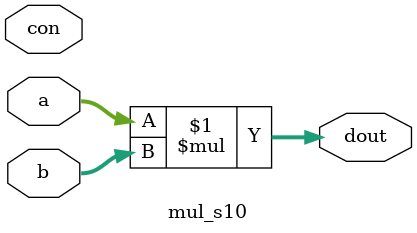
<source format=v>

module mul_s10 (
	a, b, dout, con
);
	input signed [9:0] a, b;
	output signed [19:0] dout;
	input con;

	// t« s10 x s10 = s20
	assign dout = a * b;

endmodule

</source>
